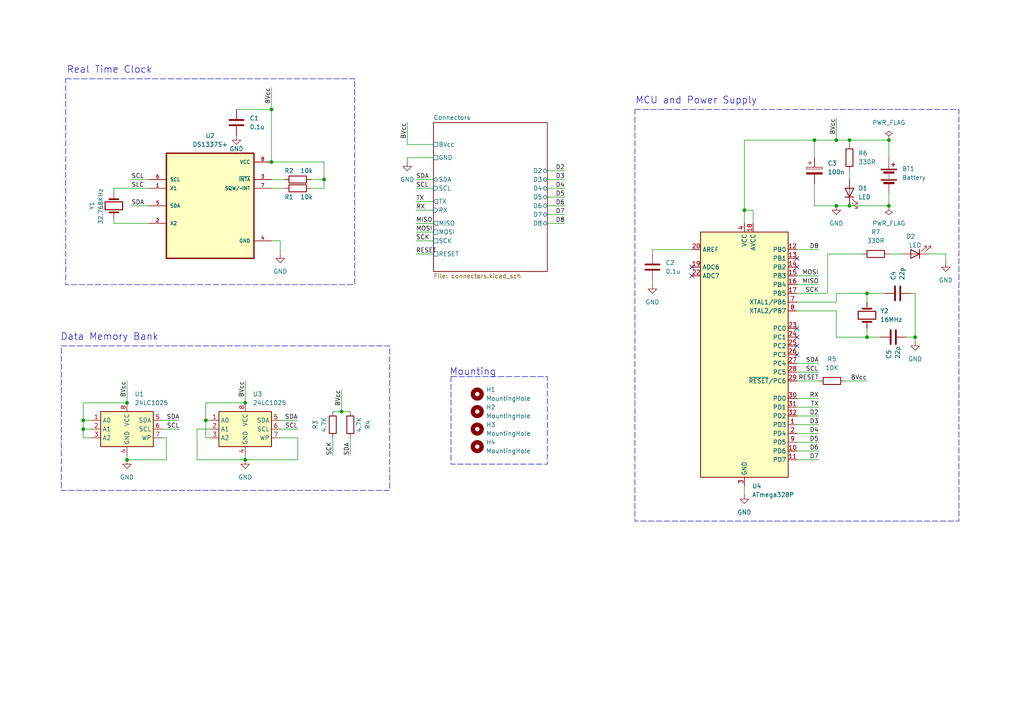
<source format=kicad_sch>
(kicad_sch (version 20231120) (generator "eeschema") (generator_version "8.0")
  (paper "A4")
  (title_block (title "MCU Datalogger with Memory and Clock") (date "2024-09-07") (rev "1") (company "AllOkay Solutions"))
  (lib_symbols
    (symbol "#download:DS1337S_" (pin_names (offset 1.016))
      (property "Reference" "U" (at -12.7 16.24 0))
      (property "Value" "DS1337S_" (at -12.7 -19.24 0))
      (symbol "DS1337S__0_0"
        (rectangle (start -12.7 -15.24) (end 12.7 15.24) (stroke (width 0.41)) (fill (type background)))
        (pin input line (at -17.78 5.08 0) (length 5.08) (name "X1") (number "1"))
        (pin bidirectional line (at -17.78 -5.08 0) (length 5.08) (name "X2") (number "2"))
        (pin output line (at 17.78 7.62 180) (length 5.08) (name "~{INTA}") (number "3"))
        (pin power_in line (at 17.78 -10.16 180) (length 5.08) (name "GND") (number "4"))
        (pin bidirectional line (at -17.78 0 0) (length 5.08) (name "SDA") (number "5"))
        (pin input line (at -17.78 7.62 0) (length 5.08) (name "SCL") (number "6"))
        (pin output line (at 17.78 5.08 180) (length 5.08) (name "SQW/~INT") (number "7"))
        (pin power_in line (at 17.78 12.7 180) (length 5.08) (name "VCC") (number "8"))
      )
    )
    (symbol "Device:Battery" (pin_numbers hide) (pin_names (offset 0) hide)
      (property "Reference" "BT" (at 2.54 2.54 0))
      (property "Value" "Battery" (at 2.54 0 0))
      (symbol "Battery_0_1"
        (rectangle (start -2.286 -1.27) (end 2.286 -1.524) (fill (type outline)))
        (rectangle (start -2.286 1.778) (end 2.286 1.524) (fill (type outline)))
        (rectangle (start -1.524 -2.032) (end 1.524 -2.54) (fill (type outline)))
        (rectangle (start -1.524 1.016) (end 1.524 0.508) (fill (type outline)))
        (polyline (pts (xy 0 -1.016) (xy 0 -0.762)))
        (polyline (pts (xy 0 -0.508) (xy 0 -0.254)))
        (polyline (pts (xy 0 0) (xy 0 0.254)))
        (polyline (pts (xy 0 1.778) (xy 0 2.54)))
        (polyline (pts (xy 0.762 3.048) (xy 1.778 3.048)) (stroke (width 0.254)))
        (polyline (pts (xy 1.27 3.556) (xy 1.27 2.54)) (stroke (width 0.254)))
      )
      (symbol "Battery_1_1"
        (pin passive line (at 0 5.08 270) (length 2.54) (name "+") (number "1"))
        (pin passive line (at 0 -5.08 90) (length 2.54) (name "-") (number "2"))
      )
    )
    (symbol "Device:C" (pin_numbers hide) (pin_names (offset 0.254))
      (property "Reference" "C" (at 0.635 2.54 0))
      (property "Value" "C" (at 0.635 -2.54 0))
      (symbol "C_0_1"
        (polyline (pts (xy -2.032 -0.762) (xy 2.032 -0.762)) (stroke (width 0.508)))
        (polyline (pts (xy -2.032 0.762) (xy 2.032 0.762)) (stroke (width 0.508)))
      )
      (symbol "C_1_1"
        (pin passive line (at 0 3.81 270) (length 2.794) (name "~") (number "1"))
        (pin passive line (at 0 -3.81 90) (length 2.794) (name "~") (number "2"))
      )
    )
    (symbol "Device:C_Polarized" (pin_numbers hide) (pin_names (offset 0.254))
      (property "Reference" "C" (at 0.635 2.54 0))
      (property "Value" "C_Polarized" (at 0.635 -2.54 0))
      (symbol "C_Polarized_0_1"
        (rectangle (start -2.286 0.508) (end 2.286 1.016))
        (polyline (pts (xy -1.778 2.286) (xy -0.762 2.286)))
        (polyline (pts (xy -1.27 2.794) (xy -1.27 1.778)))
        (rectangle (start 2.286 -0.508) (end -2.286 -1.016) (fill (type outline)))
      )
      (symbol "C_Polarized_1_1"
        (pin passive line (at 0 3.81 270) (length 2.794) (name "~") (number "1"))
        (pin passive line (at 0 -3.81 90) (length 2.794) (name "~") (number "2"))
      )
    )
    (symbol "Device:Crystal" (pin_numbers hide) (pin_names (offset 1.016) hide)
      (property "Reference" "Y" (at 0 3.81 0))
      (property "Value" "Crystal" (at 0 -3.81 0))
      (symbol "Crystal_0_1"
        (rectangle (start -1.143 2.54) (end 1.143 -2.54) (stroke (width 0.3048)))
        (polyline (pts (xy -2.54 0) (xy -1.905 0)))
        (polyline (pts (xy -1.905 -1.27) (xy -1.905 1.27)) (stroke (width 0.508)))
        (polyline (pts (xy 1.905 -1.27) (xy 1.905 1.27)) (stroke (width 0.508)))
        (polyline (pts (xy 2.54 0) (xy 1.905 0)))
      )
      (symbol "Crystal_1_1"
        (pin passive line (at -3.81 0 0) (length 1.27) (name "1") (number "1"))
        (pin passive line (at 3.81 0 180) (length 1.27) (name "2") (number "2"))
      )
    )
    (symbol "Device:LED" (pin_numbers hide) (pin_names (offset 1.016) hide)
      (property "Reference" "D" (at 0 2.54 0))
      (property "Value" "LED" (at 0 -2.54 0))
      (symbol "LED_0_1"
        (polyline (pts (xy -1.27 -1.27) (xy -1.27 1.27)) (stroke (width 0.254)))
        (polyline (pts (xy -1.27 0) (xy 1.27 0)))
        (polyline (pts (xy 1.27 -1.27) (xy 1.27 1.27) (xy -1.27 0) (xy 1.27 -1.27)) (stroke (width 0.254)))
        (polyline (pts (xy -3.048 -0.762) (xy -4.572 -2.286) (xy -3.81 -2.286) (xy -4.572 -2.286) (xy -4.572 -1.524)))
        (polyline (pts (xy -1.778 -0.762) (xy -3.302 -2.286) (xy -2.54 -2.286) (xy -3.302 -2.286) (xy -3.302 -1.524)))
      )
      (symbol "LED_1_1"
        (pin passive line (at -3.81 0 0) (length 2.54) (name "K") (number "1"))
        (pin passive line (at 3.81 0 180) (length 2.54) (name "A") (number "2"))
      )
    )
    (symbol "Device:R" (pin_numbers hide) (pin_names (offset 0))
      (property "Reference" "R" (at 2.032 0 90))
      (property "Value" "R" (at 0 0 90))
      (symbol "R_0_1"
        (rectangle (start -1.016 -2.54) (end 1.016 2.54) (stroke (width 0.254)))
      )
      (symbol "R_1_1"
        (pin passive line (at 0 3.81 270) (length 1.27) (name "~") (number "1"))
        (pin passive line (at 0 -3.81 90) (length 1.27) (name "~") (number "2"))
      )
    )
    (symbol "MCU_Microchip_ATmega:ATmega328-A"
      (property "Reference" "U" (at -12.7 36.83 0))
      (property "Value" "ATmega328-A" (at 2.54 -36.83 0))
      (symbol "ATmega328-A_0_1"
        (rectangle (start -12.7 -35.56) (end 12.7 35.56) (stroke (width 0.254)) (fill (type background)))
      )
      (symbol "ATmega328-A_1_1"
        (pin bidirectional line (at 15.24 -20.32 180) (length 2.54) (name "PD3") (number "1"))
        (pin bidirectional line (at 15.24 -27.94 180) (length 2.54) (name "PD6") (number "10"))
        (pin bidirectional line (at 15.24 -30.48 180) (length 2.54) (name "PD7") (number "11"))
        (pin bidirectional line (at 15.24 30.48 180) (length 2.54) (name "PB0") (number "12"))
        (pin bidirectional line (at 15.24 27.94 180) (length 2.54) (name "PB1") (number "13"))
        (pin bidirectional line (at 15.24 25.4 180) (length 2.54) (name "PB2") (number "14"))
        (pin bidirectional line (at 15.24 22.86 180) (length 2.54) (name "PB3") (number "15"))
        (pin bidirectional line (at 15.24 20.32 180) (length 2.54) (name "PB4") (number "16"))
        (pin bidirectional line (at 15.24 17.78 180) (length 2.54) (name "PB5") (number "17"))
        (pin power_in line (at 2.54 38.1 270) (length 2.54) (name "AVCC") (number "18"))
        (pin input line (at -15.24 25.4 0) (length 2.54) (name "ADC6") (number "19"))
        (pin bidirectional line (at 15.24 -22.86 180) (length 2.54) (name "PD4") (number "2"))
        (pin passive line (at -15.24 30.48 0) (length 2.54) (name "AREF") (number "20"))
        (pin passive line (at 0 -38.1 90) (length 2.54) hide (name "GND") (number "21"))
        (pin input line (at -15.24 22.86 0) (length 2.54) (name "ADC7") (number "22"))
        (pin bidirectional line (at 15.24 7.62 180) (length 2.54) (name "PC0") (number "23"))
        (pin bidirectional line (at 15.24 5.08 180) (length 2.54) (name "PC1") (number "24"))
        (pin bidirectional line (at 15.24 2.54 180) (length 2.54) (name "PC2") (number "25"))
        (pin bidirectional line (at 15.24 0 180) (length 2.54) (name "PC3") (number "26"))
        (pin bidirectional line (at 15.24 -2.54 180) (length 2.54) (name "PC4") (number "27"))
        (pin bidirectional line (at 15.24 -5.08 180) (length 2.54) (name "PC5") (number "28"))
        (pin bidirectional line (at 15.24 -7.62 180) (length 2.54) (name "~{RESET}/PC6") (number "29"))
        (pin power_in line (at 0 -38.1 90) (length 2.54) (name "GND") (number "3"))
        (pin bidirectional line (at 15.24 -12.7 180) (length 2.54) (name "PD0") (number "30"))
        (pin bidirectional line (at 15.24 -15.24 180) (length 2.54) (name "PD1") (number "31"))
        (pin bidirectional line (at 15.24 -17.78 180) (length 2.54) (name "PD2") (number "32"))
        (pin power_in line (at 0 38.1 270) (length 2.54) (name "VCC") (number "4"))
        (pin passive line (at 0 -38.1 90) (length 2.54) hide (name "GND") (number "5"))
        (pin passive line (at 0 38.1 270) (length 2.54) hide (name "VCC") (number "6"))
        (pin bidirectional line (at 15.24 15.24 180) (length 2.54) (name "XTAL1/PB6") (number "7"))
        (pin bidirectional line (at 15.24 12.7 180) (length 2.54) (name "XTAL2/PB7") (number "8"))
        (pin bidirectional line (at 15.24 -25.4 180) (length 2.54) (name "PD5") (number "9"))
      )
    )
    (symbol "Mechanical:MountingHole" (pin_names (offset 1.016)) (exclude_from_sim yes) (in_bom no)
      (property "Reference" "H" (at 0 5.08 0))
      (property "Value" "MountingHole" (at 0 3.175 0))
      (symbol "MountingHole_0_1"
        (circle (center 0 0) (radius 1.27) (stroke (width 1.27)))
      )
    )
    (symbol "Memory_EEPROM:24LC1025"
      (property "Reference" "U" (at -6.35 6.35 0))
      (property "Value" "24LC1025" (at 1.27 6.35 0))
      (symbol "24LC1025_1_1"
        (rectangle (start -7.62 5.08) (end 7.62 -5.08) (stroke (width 0.254)) (fill (type background)))
        (pin input line (at -10.16 2.54 0) (length 2.54) (name "A0") (number "1"))
        (pin input line (at -10.16 0 0) (length 2.54) (name "A1") (number "2"))
        (pin input line (at -10.16 -2.54 0) (length 2.54) (name "A2") (number "3"))
        (pin power_in line (at 0 -7.62 90) (length 2.54) (name "GND") (number "4"))
        (pin bidirectional line (at 10.16 2.54 180) (length 2.54) (name "SDA") (number "5"))
        (pin input line (at 10.16 0 180) (length 2.54) (name "SCL") (number "6"))
        (pin input line (at 10.16 -2.54 180) (length 2.54) (name "WP") (number "7"))
        (pin power_in line (at 0 7.62 270) (length 2.54) (name "VCC") (number "8"))
      )
    )
    (symbol "power:GND" (power) (pin_numbers hide) (pin_names (offset 0) hide)
      (property "Value" "GND" (at 0 -3.81 0))
      (symbol "GND_0_1"
        (polyline (pts (xy 0 0) (xy 0 -1.27) (xy 1.27 -1.27) (xy 0 -2.54) (xy -1.27 -1.27) (xy 0 -1.27)))
      )
      (symbol "GND_1_1"
        (pin power_in line (at 0 0 270) (length 0) (name "~") (number "1"))
      )
    )
    (symbol "power:PWR_FLAG" (power) (pin_numbers hide) (pin_names (offset 0) hide)
      (property "Value" "PWR_FLAG" (at 0 3.81 0))
      (symbol "PWR_FLAG_0_0"
        (pin power_out line (at 0 0 90) (length 0) (name "~") (number "1"))
      )
      (symbol "PWR_FLAG_0_1"
        (polyline (pts (xy 0 0) (xy 0 1.27) (xy -1.016 1.905) (xy 0 2.54) (xy 1.016 1.905) (xy 0 1.27)))
      )
    )
  )
  (junction (at 257.81 40.64))
  (junction (at 36.83 116.84))
  (junction (at 71.12 116.84))
  (junction (at 24.13 121.92))
  (junction (at 24.13 124.46))
  (junction (at 93.98 52.07))
  (junction (at 242.57 59.69))
  (junction (at 215.9 60.96))
  (junction (at 36.83 133.35))
  (junction (at 236.22 40.64))
  (junction (at 246.38 59.69))
  (junction (at 265.43 97.79))
  (junction (at 71.12 133.35))
  (junction (at 78.74 46.99))
  (junction (at 257.81 59.69))
  (junction (at 59.69 121.92))
  (junction (at 99.06 119.38))
  (junction (at 242.57 40.64))
  (junction (at 251.46 97.79))
  (junction (at 251.46 85.09))
  (junction (at 78.74 31.75))
  (junction (at 246.38 40.64))
  (no_connect (at 231.14 100.33))
  (no_connect (at 200.66 80.01))
  (no_connect (at 231.14 74.93))
  (no_connect (at 231.14 102.87))
  (no_connect (at 231.14 95.25))
  (no_connect (at 200.66 77.47))
  (no_connect (at 231.14 97.79))
  (no_connect (at 231.14 77.47))
  (wire (pts (xy 86.36 127) (xy 81.28 127)))
  (wire (pts (xy 93.98 52.07) (xy 93.98 54.61)))
  (wire (pts (xy 78.74 31.75) (xy 78.74 46.99)))
  (wire (pts (xy 96.52 119.38) (xy 99.06 119.38)))
  (wire (pts (xy 158.75 57.15) (xy 163.83 57.15)))
  (wire (pts (xy 215.9 140.97) (xy 215.9 143.51)))
  (wire (pts (xy 120.65 60.96) (xy 125.73 60.96)))
  (wire (pts (xy 189.23 72.39) (xy 189.23 73.66)))
  (wire (pts (xy 236.22 53.34) (xy 236.22 59.69)))
  (wire (pts (xy 215.9 40.64) (xy 215.9 60.96)))
  (wire (pts (xy 24.13 121.92) (xy 26.67 121.92)))
  (wire (pts (xy 257.81 73.66) (xy 261.62 73.66)))
  (wire (pts (xy 231.14 80.01) (xy 237.49 80.01)))
  (wire (pts (xy 246.38 40.64) (xy 257.81 40.64)))
  (wire (pts (xy 251.46 97.79) (xy 255.27 97.79)))
  (wire (pts (xy 218.44 60.96) (xy 218.44 64.77)))
  (wire (pts (xy 120.65 54.61) (xy 125.73 54.61)))
  (wire (pts (xy 264.16 85.09) (xy 265.43 85.09)))
  (wire (pts (xy 52.07 124.46) (xy 46.99 124.46)))
  (wire (pts (xy 200.66 72.39) (xy 189.23 72.39)))
  (wire (pts (xy 71.12 133.35) (xy 71.12 132.08)))
  (wire (pts (xy 231.14 85.09) (xy 240.03 85.09)))
  (wire (pts (xy 242.57 34.29) (xy 242.57 40.64)))
  (wire (pts (xy 36.83 132.08) (xy 36.83 133.35)))
  (wire (pts (xy 120.65 67.31) (xy 125.73 67.31)))
  (wire (pts (xy 52.07 121.92) (xy 46.99 121.92)))
  (wire (pts (xy 33.02 55.88) (xy 33.02 54.61)))
  (wire (pts (xy 237.49 105.41) (xy 231.14 105.41)))
  (wire (pts (xy 71.12 116.84) (xy 59.69 116.84)))
  (wire (pts (xy 78.74 54.61) (xy 82.55 54.61)))
  (wire (pts (xy 231.14 133.35) (xy 237.49 133.35)))
  (wire (pts (xy 90.17 54.61) (xy 93.98 54.61)))
  (wire (pts (xy 120.65 52.07) (xy 125.73 52.07)))
  (wire (pts (xy 246.38 49.53) (xy 246.38 52.07)))
  (wire (pts (xy 236.22 59.69) (xy 242.57 59.69)))
  (wire (pts (xy 96.52 132.08) (xy 96.52 127)))
  (wire (pts (xy 33.02 64.77) (xy 43.18 64.77)))
  (wire (pts (xy 93.98 52.07) (xy 90.17 52.07)))
  (wire (pts (xy 93.98 46.99) (xy 93.98 52.07)))
  (wire (pts (xy 78.74 31.75) (xy 78.74 25.4)))
  (wire (pts (xy 251.46 85.09) (xy 251.46 87.63)))
  (wire (pts (xy 158.75 59.69) (xy 163.83 59.69)))
  (wire (pts (xy 120.65 58.42) (xy 125.73 58.42)))
  (wire (pts (xy 118.11 35.56) (xy 118.11 41.91)))
  (wire (pts (xy 240.03 85.09) (xy 240.03 73.66)))
  (wire (pts (xy 36.83 110.49) (xy 36.83 116.84)))
  (wire (pts (xy 231.14 125.73) (xy 237.49 125.73)))
  (wire (pts (xy 125.73 45.72) (xy 118.11 45.72)))
  (wire (pts (xy 158.75 52.07) (xy 163.83 52.07)))
  (wire (pts (xy 158.75 49.53) (xy 163.83 49.53)))
  (wire (pts (xy 78.74 52.07) (xy 82.55 52.07)))
  (wire (pts (xy 265.43 99.06) (xy 265.43 97.79)))
  (wire (pts (xy 218.44 60.96) (xy 215.9 60.96)))
  (wire (pts (xy 158.75 62.23) (xy 163.83 62.23)))
  (wire (pts (xy 81.28 69.85) (xy 81.28 73.66)))
  (wire (pts (xy 251.46 97.79) (xy 251.46 95.25)))
  (wire (pts (xy 246.38 59.69) (xy 257.81 59.69)))
  (wire (pts (xy 60.96 124.46) (xy 57.15 124.46)))
  (wire (pts (xy 231.14 72.39) (xy 237.49 72.39)))
  (wire (pts (xy 236.22 40.64) (xy 242.57 40.64)))
  (wire (pts (xy 38.1 59.69) (xy 43.18 59.69)))
  (wire (pts (xy 125.73 41.91) (xy 118.11 41.91)))
  (wire (pts (xy 26.67 127) (xy 24.13 127)))
  (wire (pts (xy 274.32 73.66) (xy 274.32 76.2)))
  (wire (pts (xy 38.1 52.07) (xy 43.18 52.07)))
  (wire (pts (xy 237.49 82.55) (xy 231.14 82.55)))
  (wire (pts (xy 158.75 64.77) (xy 163.83 64.77)))
  (wire (pts (xy 231.14 120.65) (xy 237.49 120.65)))
  (wire (pts (xy 242.57 85.09) (xy 251.46 85.09)))
  (wire (pts (xy 242.57 40.64) (xy 246.38 40.64)))
  (wire (pts (xy 120.65 69.85) (xy 125.73 69.85)))
  (wire (pts (xy 231.14 128.27) (xy 237.49 128.27)))
  (wire (pts (xy 71.12 133.35) (xy 86.36 133.35)))
  (wire (pts (xy 257.81 55.88) (xy 257.81 59.69)))
  (wire (pts (xy 99.06 119.38) (xy 101.6 119.38)))
  (wire (pts (xy 231.14 123.19) (xy 237.49 123.19)))
  (wire (pts (xy 231.14 87.63) (xy 242.57 87.63)))
  (wire (pts (xy 33.02 63.5) (xy 33.02 64.77)))
  (wire (pts (xy 99.06 113.03) (xy 99.06 119.38)))
  (wire (pts (xy 257.81 45.72) (xy 257.81 40.64)))
  (wire (pts (xy 120.65 64.77) (xy 125.73 64.77)))
  (wire (pts (xy 265.43 85.09) (xy 265.43 97.79)))
  (wire (pts (xy 262.89 97.79) (xy 265.43 97.79)))
  (wire (pts (xy 240.03 73.66) (xy 250.19 73.66)))
  (wire (pts (xy 46.99 127) (xy 48.26 127)))
  (wire (pts (xy 251.46 85.09) (xy 256.54 85.09)))
  (wire (pts (xy 36.83 133.35) (xy 48.26 133.35)))
  (wire (pts (xy 78.74 69.85) (xy 81.28 69.85)))
  (wire (pts (xy 24.13 124.46) (xy 26.67 124.46)))
  (wire (pts (xy 33.02 54.61) (xy 43.18 54.61)))
  (wire (pts (xy 59.69 121.92) (xy 59.69 127)))
  (wire (pts (xy 215.9 40.64) (xy 236.22 40.64)))
  (wire (pts (xy 24.13 127) (xy 24.13 124.46)))
  (wire (pts (xy 86.36 127) (xy 86.36 133.35)))
  (wire (pts (xy 231.14 110.49) (xy 237.49 110.49)))
  (wire (pts (xy 215.9 60.96) (xy 215.9 64.77)))
  (wire (pts (xy 118.11 45.72) (xy 118.11 46.99)))
  (wire (pts (xy 57.15 133.35) (xy 71.12 133.35)))
  (wire (pts (xy 242.57 97.79) (xy 251.46 97.79)))
  (wire (pts (xy 242.57 90.17) (xy 242.57 97.79)))
  (wire (pts (xy 237.49 107.95) (xy 231.14 107.95)))
  (wire (pts (xy 48.26 127) (xy 48.26 133.35)))
  (wire (pts (xy 24.13 116.84) (xy 36.83 116.84)))
  (wire (pts (xy 242.57 59.69) (xy 246.38 59.69)))
  (wire (pts (xy 246.38 40.64) (xy 246.38 41.91)))
  (wire (pts (xy 269.24 73.66) (xy 274.32 73.66)))
  (wire (pts (xy 242.57 87.63) (xy 242.57 85.09)))
  (wire (pts (xy 60.96 127) (xy 59.69 127)))
  (wire (pts (xy 231.14 90.17) (xy 242.57 90.17)))
  (wire (pts (xy 59.69 116.84) (xy 59.69 121.92)))
  (wire (pts (xy 81.28 124.46) (xy 86.36 124.46)))
  (wire (pts (xy 57.15 124.46) (xy 57.15 133.35)))
  (wire (pts (xy 120.65 73.66) (xy 125.73 73.66)))
  (wire (pts (xy 189.23 81.28) (xy 189.23 82.55)))
  (wire (pts (xy 24.13 121.92) (xy 24.13 116.84)))
  (wire (pts (xy 236.22 45.72) (xy 236.22 40.64)))
  (wire (pts (xy 158.75 54.61) (xy 163.83 54.61)))
  (wire (pts (xy 93.98 46.99) (xy 78.74 46.99)))
  (wire (pts (xy 24.13 124.46) (xy 24.13 121.92)))
  (wire (pts (xy 59.69 121.92) (xy 60.96 121.92)))
  (wire (pts (xy 237.49 118.11) (xy 231.14 118.11)))
  (wire (pts (xy 81.28 121.92) (xy 86.36 121.92)))
  (wire (pts (xy 231.14 130.81) (xy 237.49 130.81)))
  (wire (pts (xy 68.58 31.75) (xy 78.74 31.75)))
  (wire (pts (xy 101.6 127) (xy 101.6 132.08)))
  (wire (pts (xy 71.12 110.49) (xy 71.12 116.84)))
  (wire (pts (xy 245.11 110.49) (xy 251.46 110.49)))
  (wire (pts (xy 237.49 115.57) (xy 231.14 115.57)))
  (rectangle (start 130.81 109.22) (end 158.75 134.62) (stroke (width 0) (type dash)))
  (rectangle (start 19.05 22.86) (end 102.87 82.55) (stroke (width 0) (type dash)))
  (rectangle (start 17.78 100.33) (end 113.03 142.24) (stroke (width 0) (type dash)))
  (rectangle (start 184.15 31.75) (end 278.13 151.13) (stroke (width 0) (type dash)))
  (text "MCU and Power Supply" (at 201.93 29.21 0) (effects (font (size 2 2))))
  (text "Mounting" (at 137.16 107.95 0) (effects (font (size 2 2))))
  (text "Real Time Clock\n" (at 31.75 20.32 0) (effects (font (size 2 2))))
  (text "Data Memory Bank\n" (at 31.75 97.79 0) (effects (font (size 2 2))))
  (label "SCL" (at 233.68 107.95 0))
  (label "RESET" (at 237.49 110.49 180))
  (label "SDA" (at 237.49 105.41 180))
  (label "TX" (at 120.65 58.42 0))
  (label "SCK" (at 120.65 69.85 0))
  (label "D8" (at 237.49 72.39 180))
  (label "D4" (at 163.83 54.61 180))
  (label "D5" (at 163.83 57.15 180))
  (label "D5" (at 237.49 128.27 180))
  (label "RX" (at 120.65 60.96 0))
  (label "D2" (at 237.49 120.65 180))
  (label "D6" (at 237.49 130.81 180))
  (label "BVcc" (at 118.11 35.56 270))
  (label "SCL" (at 38.1 52.07 0))
  (label "BVcc" (at 71.12 110.49 270))
  (label "SDA" (at 86.36 121.92 180))
  (label "D3" (at 237.49 123.19 180))
  (label "TX" (at 237.49 118.11 180))
  (label "SDA" (at 38.1 59.69 0))
  (label "SCK" (at 96.52 132.08 90))
  (label "BVcc" (at 251.46 110.49 180))
  (label "BVcc" (at 242.57 34.29 270))
  (label "SLC" (at 38.1 54.61 0))
  (label "D3" (at 163.83 52.07 180))
  (label "BVcc" (at 36.83 110.49 270))
  (label "D6" (at 163.83 59.69 180))
  (label "MOSI" (at 237.49 80.01 180))
  (label "MISO" (at 237.49 82.55 180))
  (label "D8" (at 163.83 64.77 180))
  (label "D7" (at 237.49 133.35 180))
  (label "MOSI" (at 120.65 67.31 0))
  (label "SCL" (at 52.07 124.46 180))
  (label "MISO" (at 120.65 64.77 0))
  (label "SDA" (at 101.6 132.08 90))
  (label "RESET" (at 120.65 73.66 0))
  (label "RX" (at 237.49 115.57 180))
  (label "SCL" (at 120.65 54.61 0))
  (label "SDA" (at 52.07 121.92 180))
  (label "D7" (at 163.83 62.23 180))
  (label "SCK" (at 237.49 85.09 180))
  (label "BVcc" (at 99.06 113.03 270))
  (label "D4" (at 237.49 125.73 180))
  (label "D2" (at 163.83 49.53 180))
  (label "SCL" (at 86.36 124.46 180))
  (label "BVcc" (at 78.74 25.4 270))
  (label "SDA" (at 120.65 52.07 0))
  (symbol (lib_id "power:PWR_FLAG") (at 257.81 40.64 0) (unit 1)
    (property "Reference" "#FLG01" (effects (hide yes)))
    (property "Value" "PWR_FLAG" (at 257.81 35.56 0))
    (property "Description" "Special symbol for telling ERC where power comes from" (effects (hide yes)))
  )
  (symbol (lib_id "MCU_Microchip_ATmega:ATmega328-A") (at 215.9 102.87 0) (unit 1)
    (property "Reference" "U4" (at 218.0941 140.97 0) (effects (justify left)))
    (property "Value" "ATmega328P" (at 218.0941 143.51 0) (effects (justify left)))
    (property "Footprint" "Package_QFP:TQFP-32_7x7mm_P0.8mm" (effects (hide yes)))
    (property "Datasheet" "http://ww1.microchip.com/downloads/en/DeviceDoc/ATmega328_P%20AVR%20MCU%20with%20picoPower%20Technology%20Data%20Sheet%2040001984A.pdf" (effects (hide yes)))
    (property "Description" "20MHz, 32kB Flash, 2kB SRAM, 1kB EEPROM, TQFP-32" (effects (hide yes)))
  )
  (symbol (lib_id "Mechanical:MountingHole") (at 138.43 129.54 0) (unit 1) (exclude_from_sim yes) (in_bom no)
    (property "Reference" "H4" (at 140.97 128.2699 0) (effects (justify left)))
    (property "Value" "MountingHole" (at 140.97 130.8099 0) (effects (justify left)))
    (property "Footprint" "MountingHole:MountingHole_2.1mm" (effects (hide yes)))
    (property "Description" "Mounting Hole without connection" (effects (hide yes)))
  )
  (symbol (lib_id "Memory_EEPROM:24LC1025") (at 36.83 124.46 0) (unit 1)
    (property "Reference" "U1" (at 39.0241 114.3 0) (effects (justify left)))
    (property "Value" "24LC1025" (at 39.0241 116.84 0) (effects (justify left)))
    (property "Footprint" "Package_SO:SOIC-8_5.23x5.23mm_P1.27mm" (effects (hide yes)))
    (property "Datasheet" "http://ww1.microchip.com/downloads/en/DeviceDoc/21941B.pdf" (effects (hide yes)))
    (property "Description" "I2C Serial EEPROM, 1024Kb, DIP-8/SOIC-8/TSSOP-8/DFN-8" (effects (hide yes)))
  )
  (symbol (lib_id "Device:R") (at 254 73.66 90) (unit 1)
    (property "Reference" "R7" (at 254 67.31 90))
    (property "Value" "330R" (at 254 69.85 90))
    (property "Footprint" "Resistor_SMD:R_0805_2012Metric" (effects (hide yes)))
    (property "Description" "Resistor" (effects (hide yes)))
  )
  (symbol (lib_id "Mechanical:MountingHole") (at 138.43 124.46 0) (unit 1) (exclude_from_sim yes) (in_bom no)
    (property "Reference" "H3" (at 140.97 123.1899 0) (effects (justify left)))
    (property "Value" "MountingHole" (at 140.97 125.7299 0) (effects (justify left)))
    (property "Footprint" "MountingHole:MountingHole_2.1mm" (effects (hide yes)))
    (property "Description" "Mounting Hole without connection" (effects (hide yes)))
  )
  (symbol (lib_id "#download:DS1337S_") (at 60.96 59.69 0) (unit 1)
    (property "Reference" "U2" (at 60.96 39.37 0))
    (property "Value" "DS1337S+" (at 60.96 41.91 0))
    (property "Footprint" "#download:SOIC127P600X175-8N" (effects (hide yes)))
    (property "MF" "Analog Devices" (effects (hide yes)))
    (property "Description_1" "\nI²C Serial Real-Time Clock\n" (effects (hide yes)))
    (property "Package" "SOIC-8 Maxim" (effects (hide yes)))
    (property "Price" "None" (effects (hide yes)))
    (property "SnapEDA_Link" "https://www.snapeda.com/parts/DS1337S+/Analog+Devices/view-part/?ref=snap" (effects (hide yes)))
    (property "MP" "DS1337S+" (effects (hide yes)))
    (property "Purchase-URL" "https://www.snapeda.com/api/url_track_click_mouser/?unipart_id=105732&manufacturer=Analog Devices&part_name=DS1337S+&search_term=ds1337s+" (effects (hide yes)))
    (property "Availability" "In Stock" (effects (hide yes)))
    (property "Check_prices" "https://www.snapeda.com/parts/DS1337S+/Analog+Devices/view-part/?ref=eda" (effects (hide yes)))
  )
  (symbol (lib_id "Device:Crystal") (at 33.02 59.69 90) (unit 1)
    (property "Reference" "Y1" (at 26.67 58.42 0) (effects (justify right)))
    (property "Value" "32.768KHz" (at 29.21 54.61 0) (effects (justify right)))
    (property "Footprint" "Crystal:Crystal_SMD_5032-2Pin_5.0x3.2mm" (effects (hide yes)))
    (property "Description" "Two pin crystal" (effects (hide yes)))
  )
  (symbol (lib_id "Device:Battery") (at 257.81 50.8 0) (unit 1)
    (property "Reference" "BT1" (at 261.62 48.9584 0) (effects (justify left)))
    (property "Value" "Battery" (at 261.62 51.4984 0) (effects (justify left)))
    (property "Footprint" "Connector_PinHeader_2.54mm:PinHeader_1x02_P2.54mm_Vertical" (effects (hide yes)))
    (property "Description" "Multiple-cell battery" (effects (hide yes)))
  )
  (symbol (lib_id "Device:C") (at 259.08 97.79 90) (unit 1)
    (property "Reference" "C5" (at 257.81 104.14 0) (effects (justify left)))
    (property "Value" "22p" (at 260.35 104.14 0) (effects (justify left)))
    (property "Footprint" "Capacitor_SMD:C_0805_2012Metric" (effects (hide yes)))
    (property "Description" "Unpolarized capacitor" (effects (hide yes)))
  )
  (symbol (lib_id "power:GND") (at 81.28 73.66 0) (unit 1)
    (property "Reference" "#PWR07" (effects (hide yes)))
    (property "Value" "GND" (at 81.28 78.74 0))
    (property "Description" "Power symbol creates a global label with name \"GND\" , ground" (effects (hide yes)))
  )
  (symbol (lib_id "Device:R") (at 101.6 123.19 180) (unit 1)
    (property "Reference" "R4" (at 106.68 123.19 90))
    (property "Value" "4.7K" (at 104.14 123.19 90))
    (property "Footprint" "Resistor_SMD:R_0805_2012Metric" (effects (hide yes)))
    (property "Description" "Resistor" (effects (hide yes)))
  )
  (symbol (lib_id "Device:LED") (at 246.38 55.88 90) (unit 1)
    (property "Reference" "D1" (at 248.92 54.61 90) (effects (justify right)))
    (property "Value" "LED" (at 248.92 57.15 90) (effects (justify right)))
    (property "Footprint" "LED_SMD:LED_0805_2012Metric" (effects (hide yes)))
    (property "Description" "Light emitting diode" (effects (hide yes)))
  )
  (symbol (lib_id "power:GND") (at 68.58 39.37 0) (unit 1)
    (property "Reference" "#PWR03" (effects (hide yes)))
    (property "Value" "GND" (at 68.58 43.18 0))
    (property "Description" "Power symbol creates a global label with name \"GND\" , ground" (effects (hide yes)))
  )
  (symbol (lib_id "Device:C_Polarized") (at 236.22 49.53 0) (unit 1)
    (property "Reference" "C3" (at 240.03 47.3709 0) (effects (justify left)))
    (property "Value" "100n" (at 240.03 49.9109 0) (effects (justify left)))
    (property "Footprint" "Capacitor_SMD:C_0805_2012Metric" (effects (hide yes)))
    (property "Description" "Polarized capacitor" (effects (hide yes)))
  )
  (symbol (lib_id "Device:R") (at 86.36 54.61 270) (unit 1)
    (property "Reference" "R2" (at 83.82 49.53 90))
    (property "Value" "10k" (at 88.9 57.15 90))
    (property "Footprint" "Resistor_SMD:R_0805_2012Metric" (effects (hide yes)))
    (property "Description" "Resistor" (effects (hide yes)))
  )
  (symbol (lib_id "power:GND") (at 274.32 76.2 0) (unit 1)
    (property "Reference" "#PWR017" (effects (hide yes)))
    (property "Value" "GND" (at 274.32 81.28 0))
    (property "Description" "Power symbol creates a global label with name \"GND\" , ground" (effects (hide yes)))
  )
  (symbol (lib_id "Device:R") (at 246.38 45.72 180) (unit 1)
    (property "Reference" "R6" (at 248.92 44.4499 0) (effects (justify right)))
    (property "Value" "330R" (at 248.92 46.9899 0) (effects (justify right)))
    (property "Footprint" "Resistor_SMD:R_0805_2012Metric" (effects (hide yes)))
    (property "Description" "Resistor" (effects (hide yes)))
  )
  (symbol (lib_id "power:GND") (at 215.9 143.51 0) (unit 1)
    (property "Reference" "#PWR012" (effects (hide yes)))
    (property "Value" "GND" (at 215.9 148.59 0))
    (property "Description" "Power symbol creates a global label with name \"GND\" , ground" (effects (hide yes)))
  )
  (symbol (lib_id "power:PWR_FLAG") (at 257.81 59.69 180) (unit 1)
    (property "Reference" "#FLG02" (effects (hide yes)))
    (property "Value" "PWR_FLAG" (at 257.81 64.77 0))
    (property "Description" "Special symbol for telling ERC where power comes from" (effects (hide yes)))
  )
  (symbol (lib_id "Memory_EEPROM:24LC1025") (at 71.12 124.46 0) (unit 1)
    (property "Reference" "U3" (at 73.3141 114.3 0) (effects (justify left)))
    (property "Value" "24LC1025" (at 73.3141 116.84 0) (effects (justify left)))
    (property "Footprint" "Package_SO:SOIC-8_5.23x5.23mm_P1.27mm" (effects (hide yes)))
    (property "Datasheet" "http://ww1.microchip.com/downloads/en/DeviceDoc/21941B.pdf" (effects (hide yes)))
    (property "Description" "I2C Serial EEPROM, 1024Kb, DIP-8/SOIC-8/TSSOP-8/DFN-8" (effects (hide yes)))
  )
  (symbol (lib_id "Device:LED") (at 265.43 73.66 180) (unit 1)
    (property "Reference" "D2" (at 264.16 68.58 0))
    (property "Value" "LED" (at 265.43 71.12 0))
    (property "Footprint" "LED_SMD:LED_0805_2012Metric" (effects (hide yes)))
    (property "Description" "Light emitting diode" (effects (hide yes)))
  )
  (symbol (lib_id "power:GND") (at 36.83 133.35 0) (unit 1)
    (property "Reference" "#PWR02" (effects (hide yes)))
    (property "Value" "GND" (at 36.83 138.43 0))
    (property "Description" "Power symbol creates a global label with name \"GND\" , ground" (effects (hide yes)))
  )
  (symbol (lib_id "Device:C") (at 189.23 77.47 0) (unit 1)
    (property "Reference" "C2" (at 193.04 76.1999 0) (effects (justify left)))
    (property "Value" "0.1u" (at 193.04 78.7399 0) (effects (justify left)))
    (property "Footprint" "Capacitor_SMD:C_0805_2012Metric" (effects (hide yes)))
    (property "Description" "Unpolarized capacitor" (effects (hide yes)))
  )
  (symbol (lib_id "Device:C") (at 68.58 35.56 0) (unit 1)
    (property "Reference" "C1" (at 72.39 34.2899 0) (effects (justify left)))
    (property "Value" "0.1u" (at 72.39 36.8299 0) (effects (justify left)))
    (property "Footprint" "Capacitor_SMD:C_0805_2012Metric" (effects (hide yes)))
    (property "Description" "Unpolarized capacitor" (effects (hide yes)))
  )
  (symbol (lib_id "power:GND") (at 265.43 99.06 0) (unit 1)
    (property "Reference" "#PWR016" (effects (hide yes)))
    (property "Value" "GND" (at 265.43 104.14 0))
    (property "Description" "Power symbol creates a global label with name \"GND\" , ground" (effects (hide yes)))
  )
  (symbol (lib_id "Device:R") (at 96.52 123.19 180) (unit 1)
    (property "Reference" "R3" (at 91.44 123.19 90))
    (property "Value" "4.7K" (at 93.98 123.19 90))
    (property "Footprint" "Resistor_SMD:R_0805_2012Metric" (effects (hide yes)))
    (property "Description" "Resistor" (effects (hide yes)))
  )
  (symbol (lib_id "power:GND") (at 118.11 46.99 0) (unit 1)
    (property "Reference" "#PWR010" (effects (hide yes)))
    (property "Value" "GND" (at 118.11 52.07 0))
    (property "Description" "Power symbol creates a global label with name \"GND\" , ground" (effects (hide yes)))
  )
  (symbol (lib_id "Mechanical:MountingHole") (at 138.43 119.38 0) (unit 1) (exclude_from_sim yes) (in_bom no)
    (property "Reference" "H2" (at 140.97 118.1099 0) (effects (justify left)))
    (property "Value" "MountingHole" (at 140.97 120.6499 0) (effects (justify left)))
    (property "Footprint" "MountingHole:MountingHole_2.1mm" (effects (hide yes)))
    (property "Description" "Mounting Hole without connection" (effects (hide yes)))
  )
  (symbol (lib_id "Device:R") (at 86.36 52.07 90) (unit 1)
    (property "Reference" "R1" (at 83.82 57.15 90))
    (property "Value" "10k" (at 88.9 49.53 90))
    (property "Footprint" "Resistor_SMD:R_0805_2012Metric" (effects (hide yes)))
    (property "Description" "Resistor" (effects (hide yes)))
  )
  (symbol (lib_id "Device:C") (at 260.35 85.09 90) (unit 1)
    (property "Reference" "C4" (at 259.08 81.28 0) (effects (justify left)))
    (property "Value" "22p" (at 261.62 81.28 0) (effects (justify left)))
    (property "Footprint" "Capacitor_SMD:C_0805_2012Metric" (effects (hide yes)))
    (property "Description" "Unpolarized capacitor" (effects (hide yes)))
  )
  (symbol (lib_id "Device:Crystal") (at 251.46 91.44 90) (unit 1)
    (property "Reference" "Y2" (at 255.27 90.1699 90) (effects (justify right)))
    (property "Value" "16MHz" (at 255.27 92.7099 90) (effects (justify right)))
    (property "Footprint" "Crystal:Crystal_SMD_5032-2Pin_5.0x3.2mm" (effects (hide yes)))
    (property "Description" "Two pin crystal" (effects (hide yes)))
  )
  (symbol (lib_id "Mechanical:MountingHole") (at 138.43 114.3 0) (unit 1) (exclude_from_sim yes) (in_bom no)
    (property "Reference" "H1" (at 140.97 113.0299 0) (effects (justify left)))
    (property "Value" "MountingHole" (at 140.97 115.5699 0) (effects (justify left)))
    (property "Footprint" "MountingHole:MountingHole_2.1mm" (effects (hide yes)))
    (property "Description" "Mounting Hole without connection" (effects (hide yes)))
  )
  (symbol (lib_id "Device:R") (at 241.3 110.49 90) (unit 1)
    (property "Reference" "R5" (at 241.3 104.14 90))
    (property "Value" "10K" (at 241.3 106.68 90))
    (property "Footprint" "Resistor_SMD:R_0805_2012Metric" (effects (hide yes)))
    (property "Description" "Resistor" (effects (hide yes)))
  )
  (symbol (lib_id "power:GND") (at 71.12 133.35 0) (unit 1)
    (property "Reference" "#PWR05" (effects (hide yes)))
    (property "Value" "GND" (at 71.12 138.43 0))
    (property "Description" "Power symbol creates a global label with name \"GND\" , ground" (effects (hide yes)))
  )
  (symbol (lib_id "power:GND") (at 189.23 82.55 0) (unit 1)
    (property "Reference" "#PWR011" (effects (hide yes)))
    (property "Value" "GND" (at 189.23 87.63 0))
    (property "Description" "Power symbol creates a global label with name \"GND\" , ground" (effects (hide yes)))
  )
  (symbol (lib_id "power:GND") (at 242.57 59.69 0) (unit 1)
    (property "Reference" "#PWR014" (effects (hide yes)))
    (property "Value" "GND" (at 242.57 64.77 0))
    (property "Description" "Power symbol creates a global label with name \"GND\" , ground" (effects (hide yes)))
  )
  (sheet (at 125.73 35.56) (size 33.02 43.18) (stroke (width 0.1524))
    (property "Sheetname" "Connectors" (at 125.73 34.8484 0) (effects (justify left bottom)))
    (property "Sheetfile" "connectors.kicad_sch" (at 125.73 79.3246 0) (effects (justify left top)))
    (pin "GND" passive (at 125.73 45.72 180))
    (pin "BVcc" passive (at 125.73 41.91 180))
    (pin "SDA" bidirectional (at 125.73 52.07 180))
    (pin "SCK" passive (at 125.73 69.85 180))
    (pin "D7" bidirectional (at 158.75 62.23 0))
    (pin "D8" bidirectional (at 158.75 64.77 0))
    (pin "D6" bidirectional (at 158.75 59.69 0))
    (pin "RX" input (at 125.73 60.96 180))
    (pin "TX" output (at 125.73 58.42 180))
    (pin "D5" bidirectional (at 158.75 57.15 0))
    (pin "D3" bidirectional (at 158.75 52.07 0))
    (pin "D4" bidirectional (at 158.75 54.61 0))
    (pin "D2" bidirectional (at 158.75 49.53 0))
    (pin "MISO" output (at 125.73 64.77 180))
    (pin "RESET" passive (at 125.73 73.66 180))
    (pin "MOSI" passive (at 125.73 67.31 180))
    (pin "SCL" input (at 125.73 54.61 180))
  )
)
</source>
